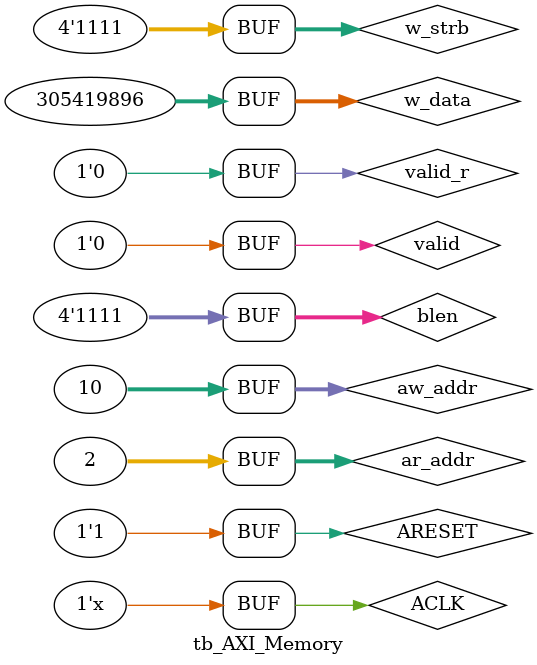
<source format=v>

module tb_AXI_Memory ();

    // Global Signal
    reg        ACLK;
    reg        ARESET;

    // AW Channel
    wire [31:0]        AWADDR;
    wire        AWVALID;
    wire        AWREADY;

    // W Channel
    wire [31:0]        WDATA;
    wire        WVALID;
    wire [3:0]        WSTRB;
    wire        WREADY;

    // B Channel
    wire        BRESP;
    wire        BVALID;
    wire        BREADY;

    // external signal
    integer        aw_addr;
    integer        w_data;
    reg        valid;
    reg         valid_r;
    integer     ar_addr;
    reg [3:0]        w_strb;
    wire        ready;
    wire [31:0] r_data;
    wire [3:0]  BLEN;
    reg [3:0] blen;

    // AR channel
    wire               ARVALID;
    wire      [31:0]   ARADDR;
    wire           ARREADY;

    // R channel
    wire               RREADY;
    wire     [31:0]   RDATA;
  //  output  reg         RLAST,  // 데이터 여러개 요청 구현할때 추가
    wire         RVALID;


    // AXI_Master dut_master (.*);
    // AXI_Slave_Memory dut_slave (.*);


axi_master_fsm DUT_master(  .M_ACLK(ACLK),
                            .M_ARESET_N(ARESET),

                            .S_AWREADY(AWREADY),
                            .M_AWVALID(AWVALID),
                            .M_AWADDR(AWADDR),

                            .S_WREADY(WREADY),
                            .M_WVALID(WVALID),
                            .M_WDATA(WDATA),
                            .M_WSTRB(WSTRB),

                            // .S_BRESP,
                            // .S_BVALID,
                            // .M_BREADY,

                            .S_ARREADY(ARREADY),
                            .M_ARVALID(ARVALID),
                            .M_ARADDR(ARADDR),

                            .S_RDATA(RDATA),
                            .S_RVALID(RVALID),
                            .M_BLEN(BLEN),
                            .M_RREADY(RREADY),

                            .U_WVALID(valid),
                            .U_AWADDR(aw_addr),
                            .U_WDATA(w_data),
                            .U_STRB(w_strb),

                            .U_RVALID(valid_r),
                            .U_ARADDR(ar_addr),
                            .U_BLEN(blen),
                            .U_RDATA(r_data)       
);


axi_slave_fsm DUT_slave(
                            .S_ACLK(ACLK),
                            .S_ARRESET_N(ARESET),

                            .M_AWVALID(AWVALID),
                            .M_AWADDR(AWADDR),
                            .S_AWREADY(AWREADY),

                            .M_WVALID(WVALID),
                            .M_WDATA(WDATA),
                            .M_WSTRB(WSTRB),
                            .S_WREADY(WREADY),

                            // .M_BREADY(BREADY),
                            // .S_BRESP(BRESP),
                            // .S_BVALID(BVALID),

                            .M_ARVALID(ARVALID),
                            .M_ARADDR(ARADDR),
                            .S_ARREADY(ARREADY),

                            .M_RREADY(RREADY),
                            .M_BLEN(BLEN),
                            .S_RVALID(RVALID),
                            .S_RDATA(RDATA));


    // axi_master DUT_MASTER(  ACLK,
    //                         ARESET,
    //                         AWREADY,
    //                         AWVALID,
    //                         AWADDR,
    //                         WREADY,
    //                         WVALID,
    //                         WDATA,
    //                         WSTRB, 
    //                         BRESP,
    //                         BVALID,
    //                         BREADY,
    //                         ARREADY,
    //                         ARVALID,
    //                         ARADDR,
    //                         RDATA,
    //                         RVALID,
    //                         RREADY,
    //                         valid_r,
    //                         valid,
    //                         ar_addr,
    //                         aw_addr,
    //                         w_data,
    //                         w_strb,
    //                         r_data,
    //                         ready);


    // axi_slave DUT_slave(    ACLK,
    //                         ARESET,
    //                         AWADDR,
    //                         AWVALID,
    //                         AWREADY,
    //                         WDATA,
    //                         WVALID,
    //                         WSTRB,
    //                         WREADY,
    //                         ARVALID,
    //                         ARADDR,
    //                         ARREADY,
    //                         RREADY,
    //                         RDATA,
    //                         RVALID,
    //                         BREADY,
    //                         BRESP,
    //                         BVALID);


    always #5 ACLK = ~ACLK;

    initial begin
        ACLK = 1'b1;
        ARESET = 1'b0;
        #10 ARESET = 1'b1;
        // 첫번째 트랜젝션
        #20
        aw_addr = 32'd0;
        w_data  = 32'h12345678;
        w_strb  = 4'b0001;
        #10
        valid   = 1'b1;
        #10
        valid   = 1'b0;

        #100
        // 두번째 트랜젝션
        #20
        aw_addr = 32'd1;
        w_data  = 32'h87654321;
        w_strb  = 4'b0011;
        #10
        valid   = 1'b1;
        #10
        valid   = 1'b0;

        #100
        // 세번째 트랜잭션 덮어쓰기
        #20
        aw_addr = 32'd1;
        w_data  = 32'h45758264;
        w_strb  = 4'b0111;
        #10
        valid   = 1'b1;
        #10
        valid   = 1'b0;

        #100
        // 네번째 트랜잭션
        #20
        aw_addr = 32'd10;
        w_data  = 32'h12345678;
        w_strb  = 4'b1111;
        #10
        valid   = 1'b1;
        #10
        valid   = 1'b0;

        // @(posedge ACLK) begin
        //     aw_addr = 32'd0;            //addr 0번지부터 작성하라
        //     w_data  = 32'h12345678;
        //     w_strb  = 4'b0001;          // lsb 1바이트 h'78 write 됨 Little Endian
        //     valid   = 1'b1;
        // end
        // @(posedge ACLK);
        // valid = 1'b0;
        
        // @(posedge ready)begin
        //     aw_addr = 32'd0;            
        //     w_data  = 32'h0;
        //     w_strb  = 4'b0000;          
        //     valid   = 1'b0;
        // end  // wait for ready signal

        // #100;
        // 두번째 트랜잭션
        
        // @(posedge ACLK);
        // aw_addr = 32'd1;                //addr 1번부터 
        // w_data  = 32'h12345678;
        // w_strb  = 4'b0011;              // 78 56 write
        // valid   = 1'b1;
        // #1

        // @(posedge ACLK);
        // valid = 1'b0;
        // @(posedge ready)begin
        //     aw_addr = 32'd0;            
        //     w_data  = 32'h0;
        //     w_strb  = 4'b0000;          
        //     valid   = 1'b0;
        // end  // wait for ready signal
        
        //세번째 트랜잭션
        // #100;
        // @(posedge ACLK);
        // aw_addr = 32'd3;                //addr 3번부터
        // w_data  = 32'h12345678;
        // w_strb  = 4'b1101;              // 78 43 21 write
        // valid   = 1'b1;

        // @(posedge ACLK);
        // valid = 1'b0;
        // // @(posedge ready)begin
        // //     aw_addr = 32'd0;            
        // //     w_data  = 32'h0;
        // //     w_strb  = 4'b0000;          
        // //     valid   = 1'b0;
        // // end  // wait for ready signal

        // // 네번째 트랜잭션
        // #100;
        // @(posedge ACLK);
        // aw_addr = 32'd7;                //addr 7번부터
        // w_data  = 32'h12345678;
        // w_strb  = 4'b1111;              //78 56 43 21 write
        // valid   = 1'b1;

        // @(posedge ACLK);
        // valid = 1'b0;
        // @(posedge ready)begin
        //     aw_addr = 32'd0;            
        //     w_data  = 32'h0;
        //     w_strb  = 4'b0000;          
        //     valid   = 1'b0;
        // end  // wait for ready signal
        
        // 다섯 번째 트랜잭션
        ar_addr = 32'd0;
        blen = 4'b0011;
        #200;
        valid_r = 1'b1;
        

        #20;
        valid_r = 1'b0;
        // @(posedge ACLK);
        // valid_r = 1'b1;
        // blen = 4'b0001;
        // ar_addr = 32'd0;

        // @(posedge ACLK);
        // valid_r = 1'b0;
        // @(posedge RVALID);

        // 여섯번째 트랜잭션
        blen = 4'b1111;
        ar_addr = 32'd2;
        #100;
        valid_r = 1'b1;

        #20;
        valid_r = 1'b0;

        // @(posedge ACLK);
        // valid_r = 1'b1;
        // blen = 4'b1111;
        // ar_addr = 32'd2;

        // @(posedge ACLK);
        // valid_r = 1'b0;
        // @(posedge RVALID);    
    end
endmodule
</source>
